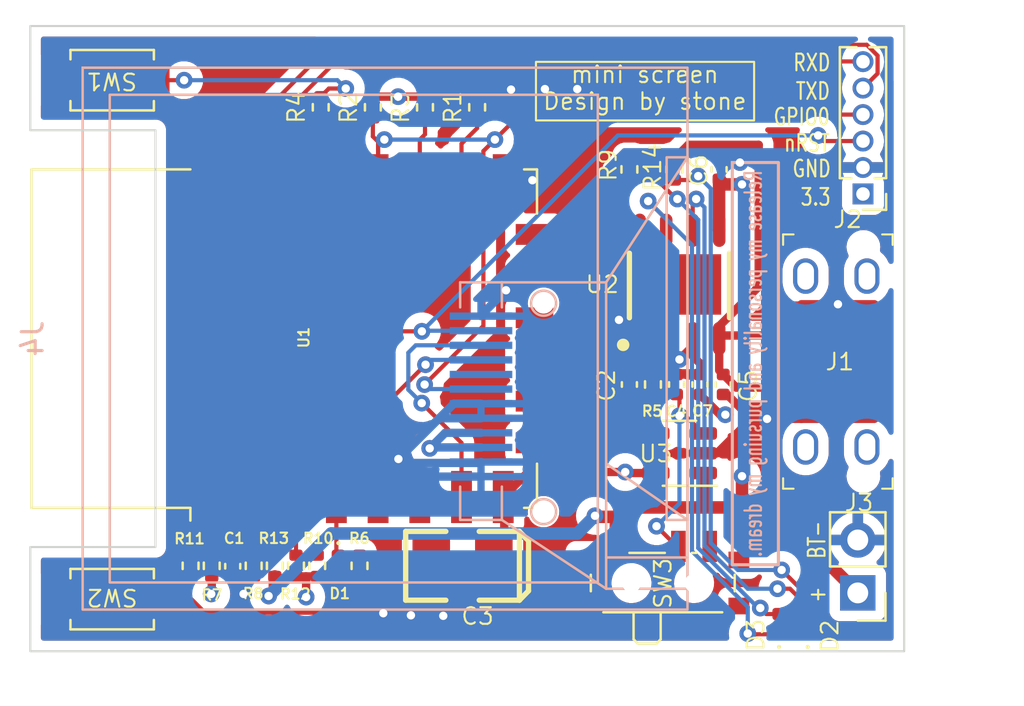
<source format=kicad_pcb>
(kicad_pcb (version 20211014) (generator pcbnew)
  (layers (0 "F.Cu" signal) (1 "In1.Cu" signal) (2 "In2.Cu" signal) (31 "B.Cu" signal) (34 "B.Paste" user) (35 "F.Paste" user) (36 "B.SilkS" user "底层丝印层") (37 "F.SilkS" user "顶层丝印层") (38 "B.Mask" user) (39 "F.Mask" user) (44 "Edge.Cuts" user))
  (net 0 "")
  (net 1 "+3V3")
  (net 2 "GND")
  (net 3 "Net-(C8-Pad1)")
  (net 4 "/nRST")
  (net 5 "/GPIO16")
  (net 6 "Net-(D2-Pad2)")
  (net 8 "/GPIO0")
  (net 9 "/GPIO2")
  (net 10 "/EN")
  (net 11 "/GPIO15")
  (net 12 "/ADC")
  (net 13 "/GPIO14")
  (net 14 "/GPIO12")
  (net 15 "/GPIO13")
  (net 16 "/GPIO4")
  (net 17 "/GPIO5")
  (net 18 "/RXD")
  (net 19 "/TXD")
  (net 20 "Net-(R13-Pad2)")
  (net 21 "Net-(R15-Pad2)")
  (net 28 "+BATT")
  (net 29 "Net-(D1-Pad1)")
  (net 30 "Net-(D1-Pad2)")
  (net 31 "Net-(D3-Pad1)")
  (net 32 "Net-(D3-Pad2)")
  (net 41 "Net-(R3-Pad1)")
  (net 42 "Net-(C2-Pad2)")
  (net 43 "Net-(C7-Pad1)")
  (footprint "Capacitor_SMD:C_0402_1005Metric" (layer "F.Cu") (at 141.08 101.9 90)
    (fp_text reference "C7")
    (fp_text value "10uf")
  )
  (footprint "Resistor_SMD:R_0402_1005Metric" (layer "F.Cu") (at 139.855 91.58 90)
    (fp_text reference "R14")
    (fp_text value "1k")
  )
  (footprint "lc_lib:SOP-8_EP_150MIL" (layer "F.Cu") (at 140.1 97.1)
    (fp_text reference "U2")
    (fp_text value "TP4056_[C16581]")
  )
  (footprint "Resistor_SMD:R_0402_1005Metric" (layer "F.Cu") (at 117.675 110.6 -90)
    (fp_text reference "R7")
    (fp_text value "12K")
  )
  (footprint "digikey-footprints:USB-C_Female_Vert_DX07S024WJ3R400" (layer "F.Cu") (at 148.92 100.8 -90)
    (fp_text reference "J1")
    (fp_text value "USB_C_Receptacle_USB2.0")
  )
  (footprint "Connector_PinHeader_1.27mm:PinHeader_1x06_P1.27mm_Vertical" (layer "F.Cu") (at 148.9 92.76 180)
    (fp_text reference "J2")
    (fp_text value "Conn_01x06_Female")
  )
  (footprint "LED_SMD:LED_0402_1005Metric" (layer "F.Cu") (at 146.25 113.4 90)
    (fp_text reference "D2")
    (fp_text value "led-green")
  )
  (footprint "Capacitor_SMD:C_0402_1005Metric" (layer "F.Cu") (at 142 91.58 90)
    (fp_text reference "C6")
    (fp_text value "10uf")
  )
  (footprint "Capacitor_SMD:C_0402_1005Metric" (layer "F.Cu") (at 137.7 101.9 90)
    (fp_text reference "C2")
    (fp_text value "470pf")
  )
  (footprint "LED_SMD:LED_0402_1005Metric" (layer "F.Cu") (at 144.875 113.4 90)
    (fp_text reference "D3")
    (fp_text value "led-red")
  )
  (footprint "Capacitor_SMD:C_0402_1005Metric" (layer "F.Cu") (at 142.2 101.9 90)
    (fp_text reference "C5")
    (fp_text value "10uf")
  )
  (footprint "Resistor_SMD:R_0402_1005Metric" (layer "F.Cu") (at 122.9 88.6 90)
    (fp_text reference "R4")
    (fp_text value "470")
  )
  (footprint "Resistor_SMD:R_0402_1005Metric" (layer "F.Cu") (at 137.7 91.58 90)
    (fp_text reference "R9")
    (fp_text value "1k")
  )
  (footprint "Resistor_SMD:R_0402_1005Metric" (layer "F.Cu") (at 122.73 110.6 90)
    (fp_text reference "R10")
    (fp_text value "470")
  )
  (footprint "Resistor_SMD:R_0402_1005Metric" (layer "F.Cu") (at 125.4 88.6 90)
    (fp_text reference "R2")
    (fp_text value "12K")
  )
  (footprint "lc_lib:CASE-B_3528" (layer "F.Cu") (at 129.7 110.6)
    (fp_text reference "C3")
    (fp_text value "100uf")
  )
  (footprint "Resistor_SMD:R_0402_1005Metric" (layer "F.Cu") (at 138.83 101.9 90)
    (fp_text reference "R5")
    (fp_text value "1.2K")
  )
  (footprint "Button_Switch_SMD:SW_SPDT_PCM12" (layer "F.Cu") (at 139.3 111.1)
    (fp_text reference "SW3")
    (fp_text value "SW_DPDT_x2")
  )
  (footprint "Resistor_SMD:R_0402_1005Metric" (layer "F.Cu") (at 121.715 110.6 -90)
    (fp_text reference "R12")
    (fp_text value "12k")
  )
  (footprint "Connector_PinHeader_2.54mm:PinHeader_1x02_P2.54mm_Vertical" (layer "F.Cu") (at 148.65 111.9 180)
    (fp_text reference "J3")
    (fp_text value "Conn_01x02_Female")
  )
  (footprint "My-lib:Button_SMD,3x4x2mm" (layer "F.Cu") (at 112.9 87.3 180)
    (fp_text reference "SW1")
    (fp_text value "SW_Push")
  )
  (footprint "RF_Module:ESP-12E" (layer "F.Cu") (at 121.15 99.7 90)
    (fp_text reference "U1")
    (fp_text value "ESP-12E")
  )
  (footprint "Resistor_SMD:R_0402_1005Metric" (layer "F.Cu") (at 127.9 88.6 90)
    (fp_text reference "R3")
    (fp_text value "12K")
  )
  (footprint "Resistor_SMD:R_0402_1005Metric" (layer "F.Cu") (at 120.7 110.6 -90)
    (fp_text reference "R13")
    (fp_text value "10k")
  )
  (footprint "My-lib:Button_SMD,3x4x2mm" (layer "F.Cu") (at 112.9 112.2 180)
    (fp_text reference "SW2")
    (fp_text value "SW_Push")
  )
  (footprint "Resistor_SMD:R_0402_1005Metric" (layer "F.Cu") (at 130.4 88.6 90)
    (fp_text reference "R1")
    (fp_text value "12K")
  )
  (footprint "Package_TO_SOT_SMD:SOT-23-5" (layer "F.Cu") (at 140.1 105.2 180)
    (fp_text reference "U3")
    (fp_text value "SPX3819M5-L-3-3")
  )
  (footprint "Capacitor_SMD:C_0402_1005Metric" (layer "F.Cu") (at 139.96 101.9 90)
    (fp_text reference "C4")
    (fp_text value "1uf")
  )
  (footprint "Resistor_SMD:R_0402_1005Metric" (layer "F.Cu") (at 124.76 110.6 -90)
    (fp_text reference "R6")
    (fp_text value "0")
  )
  (footprint "LED_SMD:LED_0402_1005Metric" (layer "F.Cu") (at 123.745 110.6 -90)
    (fp_text reference "D1")
    (fp_text value "led-white")
  )
  (footprint "Capacitor_SMD:C_0402_1005Metric" (layer "F.Cu") (at 118.68 110.62 90)
    (fp_text reference "C1")
    (fp_text value "470pf")
  )
  (footprint "Resistor_SMD:R_0402_1005Metric" (layer "F.Cu") (at 119.685 110.6 90)
    (fp_text reference "R8")
    (fp_text value "10k")
  )
  (footprint "Resistor_SMD:R_0402_1005Metric" (layer "F.Cu") (at 116.66 110.6 -90)
    (fp_text reference "R11")
    (fp_text value "470")
  )
  (footprint "My-lib:TFT_1.4_12_front" (layer "B.Cu") (at 124.485 99.7 180)
    (fp_text reference "J4")
    (fp_text value "Conn_01x12_Female")
  )
  (gr_rect (start 142.635 110.55) (end 144.845 91.25) (layer "B.SilkS") (width 0.15) (fill none))
  (gr_rect (start 133.22 86.42) (end 143.68 89.23) (layer "F.SilkS") (width 0.1) (fill none))
  (gr_poly (pts (xy 150.875 114.7) (xy 108.975 114.7) (xy 108.975 109.7) (xy 114.975 109.7) (xy 114.975 89.7) (xy 108.975 89.7) (xy 108.975 84.7) (xy 150.875 84.7)) (layer "Edge.Cuts") (width 0.1) (fill none))
  (gr_text "Release my personality and pursuing my dream." (at 143.645 100.9 90) (layer "B.SilkS") (effects (font (size 0.8 0.5) (thickness 0.1)) (justify mirror)))
  (gr_text "3.3" (at 146.63 92.91) (layer "F.SilkS") (effects (font (size 0.8 0.6) (thickness 0.1))))
  (gr_text "BT-" (at 146.69 109.36 90) (layer "F.SilkS") (effects (font (size 0.8 0.6) (thickness 0.1))))
  (gr_text "RXD" (at 146.45 86.46) (layer "F.SilkS") (effects (font (size 0.8 0.6) (thickness 0.1))))
  (gr_text "+" (at 146.69 111.98 90) (layer "F.SilkS") (effects (font (size 0.8 0.6) (thickness 0.1))))
  (gr_text "mini screen\nDesign by stone" (at 138.44 87.67) (layer "F.SilkS") (effects (font (size 0.8 0.8) (thickness 0.1))))
  (gr_text "nRST" (at 146.21 90.32) (layer "F.SilkS") (effects (font (size 0.8 0.6) (thickness 0.1))))
  (gr_text "TXD" (at 146.5 87.83) (layer "F.SilkS") (effects (font (size 0.8 0.6) (thickness 0.1))))
  (gr_text "GPIO0" (at 145.96 89.06) (layer "F.SilkS") (effects (font (size 0.8 0.6) (thickness 0.1))))
  (gr_text "GND" (at 146.44 91.55) (layer "F.SilkS") (effects (font (size 0.8 0.6) (thickness 0.1))))
  (segment (start 117.675 111.925) (end 117.65 111.95) (width 0.4) (layer "F.Cu") (net 1))
  (segment (start 131.2 109.45) (end 131.7 108.95) (width 0.4) (layer "F.Cu") (net 1))
  (segment (start 131.65 107.3) (end 132.85 106.1) (width 0.4) (layer "F.Cu") (net 1))
  (segment (start 132.85 106.1) (end 137.5 106.1) (width 0.4) (layer "F.Cu") (net 1))
  (segment (start 122.19 111.11) (end 122.73 111.11) (width 0.4) (layer "F.Cu") (net 1))
  (segment (start 117.675 111.11) (end 117.675 111.925) (width 0.4) (layer "F.Cu") (net 1))
  (segment (start 122.19 111.11) (end 122.2 111.12) (width 0.4) (layer "F.Cu") (net 1))
  (segment (start 131.2 110.6) (end 131.2 109.45) (width 0.4) (layer "F.Cu") (net 1))
  (segment (start 125.4 88.09) (end 126.61 88.09) (width 0.4) (layer "F.Cu") (net 1))
  (segment (start 138.9625 106.15) (end 137.55 106.15) (width 0.4) (layer "F.Cu") (net 1))
  (segment (start 137.55 106.15) (end 137.5 106.1) (width 0.4) (layer "F.Cu") (net 1))
  (segment (start 131.7 108.95) (end 131.7 107.35) (width 0.4) (layer "F.Cu") (net 1))
  (segment (start 142.05 103.35) (end 142.3 103.35) (width 0.4) (layer "F.Cu") (net 1))
  (segment (start 131.7 107.35) (end 131.65 107.3) (width 0.4) (layer "F.Cu") (net 1))
  (segment (start 122.2 111.12) (end 122.2 112.1) (width 0.4) (layer "F.Cu") (net 1))
  (segment (start 121.715 111.11) (end 122.19 111.11) (width 0.4) (layer "F.Cu") (net 1))
  (segment (start 141.08 102.38) (end 142.05 103.35) (width 0.4) (layer "F.Cu") (net 1))
  (segment (start 126.61 88.09) (end 127.9 88.09) (width 0.4) (layer "F.Cu") (net 1))
  (via (at 137.5 106.1) (size 0.8) (drill 0.4) (layers "F.Cu" "B.Cu") (net 1))
  (via (at 126.61 88.09) (size 0.8) (drill 0.4) (layers "F.Cu" "B.Cu") (net 1))
  (via (at 117.65 111.95) (size 0.8) (drill 0.4) (layers "F.Cu" "B.Cu") (net 1))
  (via (at 122.2 112.1) (size 0.8) (drill 0.4) (layers "F.Cu" "B.Cu") (net 1))
  (via (at 142.3 103.35) (size 0.8) (drill 0.4) (layers "F.Cu" "B.Cu") (net 1))
  (via (at 128.124463 104.96478) (size 0.8) (drill 0.4) (layers "F.Cu" "B.Cu") (net 1))
  (segment (start 130.585 104.22) (end 128.869243 104.22) (width 0.4) (layer "B.Cu") (net 1))
  (segment (start 128.169243 104.92) (end 128.124463 104.96478) (width 0.4) (layer "B.Cu") (net 1))
  (segment (start 128.869243 104.22) (end 128.124463 104.96478) (width 0.4) (layer "B.Cu") (net 1))
  (segment (start 130.585 104.92) (end 128.169243 104.92) (width 0.4) (layer "B.Cu") (net 1))
  (segment (start 141.9 105.2) (end 143.55 103.55) (width 0.4) (layer "F.Cu") (net 2))
  (segment (start 138.195 100.795) (end 138.195 99.7) (width 0.4) (layer "F.Cu") (net 2))
  (segment (start 138.1 99.7) (end 137.2 98.8) (width 0.4) (layer "F.Cu") (net 2))
  (segment (start 140.735 99.7) (end 140.735 100.065) (width 0.4) (layer "F.Cu") (net 2))
  (segment (start 139.96 101.42) (end 141.08 101.42) (width 0.4) (layer "F.Cu") (net 2))
  (segment (start 142 91.1) (end 142.85 91.1) (width 0.4) (layer "F.Cu") (net 2))
  (segment (start 141.2375 105.2) (end 141.9 105.2) (width 0.4) (layer "F.Cu") (net 2))
  (segment (start 119.19 111.11) (end 119.19 111.94) (width 0.4) (layer "F.Cu") (net 2))
  (segment (start 144.3 103.55) (end 145.945 103.55) (width 0.4) (layer "F.Cu") (net 2))
  (segment (start 138.83 101.39) (end 137.73 101.39) (width 0.4) (layer "F.Cu") (net 2))
  (segment (start 145.945 103.55) (end 149.445 103.55) (width 0.4) (layer "F.Cu") (net 2))
  (segment (start 147.7 98.05) (end 149.445 98.05) (width 0.4) (layer "F.Cu") (net 2))
  (segment (start 141.1 101.4) (end 141.08 101.42) (width 0.4) (layer "F.Cu") (net 2))
  (segment (start 143.55 103.55) (end 144.3 103.55) (width 0.4) (layer "F.Cu") (net 2))
  (segment (start 119.685 111.11) (end 119.19 111.11) (width 0.4) (layer "F.Cu") (net 2))
  (segment (start 137.7 101.42) (end 137.7 101.3) (width 0.4) (layer "F.Cu") (net 2))
  (segment (start 119.19 111.11) (end 118.69 111.11) (width 0.4) (layer "F.Cu") (net 2))
  (segment (start 138.195 99.7) (end 138.1 99.7) (width 0.4) (layer "F.Cu") (net 2))
  (segment (start 138.2 100.8) (end 138.195 100.795) (width 0.4) (layer "F.Cu") (net 2))
  (segment (start 118.69 111.11) (end 118.68 111.1) (width 0.4) (layer "F.Cu") (net 2))
  (segment (start 142.85 91.1) (end 143 91.25) (width 0.4) (layer "F.Cu") (net 2))
  (segment (start 140.735 100.535) (end 141.1 100.9) (width 0.4) (layer "F.Cu") (net 2))
  (segment (start 140.735 100.065) (end 140.1 100.7) (width 0.4) (layer "F.Cu") (net 2))
  (segment (start 141.1 100.9) (end 141.1 101.4) (width 0.4) (layer "F.Cu") (net 2))
  (segment (start 140.735 99.7) (end 140.735 100.535) (width 0.4) (layer "F.Cu") (net 2))
  (segment (start 145.945 98.05) (end 147.7 98.05) (width 0.4) (layer "F.Cu") (net 2))
  (segment (start 137.7 101.3) (end 138.2 100.8) (width 0.4) (layer "F.Cu") (net 2))
  (segment (start 131.65 92.1) (end 133.05 92.1) (width 0.4) (layer "F.Cu") (net 2))
  (segment (start 142.38 102.38) (end 143.55 103.55) (width 0.4) (layer "F.Cu") (net 2))
  (segment (start 119.19 111.94) (end 119.2 111.95) (width 0.4) (layer "F.Cu") (net 2))
  (segment (start 137.73 101.39) (end 137.7 101.42) (width 0.4) (layer "F.Cu") (net 2))
  (via (at 131.783792 97.379311) (size 0.8) (drill 0.4) (layers "F.Cu" "B.Cu") (net 2))
  (via (at 133.05 92.1) (size 0.8) (drill 0.4) (layers "F.Cu" "B.Cu") (net 2))
  (via (at 135.2 87.725) (size 0.8) (drill 0.4) (layers "F.Cu" "B.Cu") (net 2))
  (via (at 133.65 87.725) (size 0.8) (drill 0.4) (layers "F.Cu" "B.Cu") (net 2))
  (via (at 127.225 112.975) (size 0.8) (drill 0.4) (layers "F.Cu" "B.Cu") (net 2))
  (via (at 144.3 103.55) (size 0.8) (drill 0.4) (layers "F.Cu" "B.Cu") (net 2))
  (via (at 140.1 100.7) (size 0.8) (drill 0.4) (layers "F.Cu" "B.Cu") (net 2))
  (via (at 119.2 111.95) (size 0.8) (drill 0.4) (layers "F.Cu" "B.Cu") (net 2))
  (via (at 137.2 98.8) (size 0.8) (drill 0.4) (layers "F.Cu" "B.Cu") (net 2))
  (via (at 147.7 98.05) (size 0.8) (drill 0.4) (layers "F.Cu" "B.Cu") (net 2))
  (via (at 143 91.25) (size 0.8) (drill 0.4) (layers "F.Cu" "B.Cu") (net 2))
  (via (at 125.9 112.875) (size 0.8) (drill 0.4) (layers "F.Cu" "B.Cu") (net 2))
  (via (at 128.775 113) (size 0.8) (drill 0.4) (layers "F.Cu" "B.Cu") (net 2))
  (via (at 126.625 105.475) (size 0.8) (drill 0.4) (layers "F.Cu" "B.Cu") (net 2))
  (via (at 132.025 87.75) (size 0.8) (drill 0.4) (layers "F.Cu" "B.Cu") (net 2))
  (segment (start 129.28 102.82) (end 126.625 105.475) (width 0.4) (layer "B.Cu") (net 2))
  (segment (start 126.814281 105.664281) (end 126.625 105.475) (width 0.4) (layer "B.Cu") (net 2))
  (segment (start 130.585 98.62) (end 130.585 98.578103) (width 0.4) (layer "B.Cu") (net 2))
  (segment (start 130.585 105.62) (end 130.540719 105.664281) (width 0.4) (layer "B.Cu") (net 2))
  (segment (start 130.585 106.32) (end 127.47 106.32) (width 0.4) (layer "B.Cu") (net 2))
  (segment (start 130.585 103.52) (end 128.58 103.52) (width 0.4) (layer "B.Cu") (net 2))
  (segment (start 127.47 106.32) (end 126.625 105.475) (width 0.4) (layer "B.Cu") (net 2))
  (segment (start 130.585 102.82) (end 129.28 102.82) (width 0.4) (layer "B.Cu") (net 2))
  (segment (start 130.585 98.578103) (end 131.783792 97.379311) (width 0.4) (layer "B.Cu") (net 2))
  (segment (start 128.58 103.52) (end 126.625 105.475) (width 0.4) (layer "B.Cu") (net 2))
  (segment (start 130.540719 105.664281) (end 126.814281 105.664281) (width 0.4) (layer "B.Cu") (net 2))
  (segment (start 137.7 102.9875) (end 137.7 102.38) (width 0.2) (layer "F.Cu") (net 3))
  (segment (start 138.9625 104.25) (end 137.7 102.9875) (width 0.2) (layer "F.Cu") (net 3))
  (segment (start 117.65 110.065) (end 117.65 107.3) (width 0.2) (layer "F.Cu") (net 4))
  (segment (start 117.65 107.3) (end 117.65 106.55) (width 0.2) (layer "F.Cu") (net 4))
  (segment (start 118.68 110.14) (end 117.725 110.14) (width 0.2) (layer "F.Cu") (net 4))
  (segment (start 124.85 99.35) (end 127.75 99.35) (width 0.2) (layer "F.Cu") (net 4))
  (segment (start 146.75 89.95) (end 147.02 90.22) (width 0.2) (layer "F.Cu") (net 4))
  (segment (start 147.02 90.22) (end 148.9 90.22) (width 0.2) (layer "F.Cu") (net 4))
  (segment (start 117.725 110.14) (end 117.675 110.09) (width 0.2) (layer "F.Cu") (net 4))
  (segment (start 117.675 110.09) (end 117.65 110.065) (width 0.2) (layer "F.Cu") (net 4))
  (segment (start 117.675 110.09) (end 116.66 110.09) (width 0.2) (layer "F.Cu") (net 4))
  (segment (start 117.65 106.55) (end 124.85 99.35) (width 0.2) (layer "F.Cu") (net 4))
  (via (at 127.75 99.35) (size 0.8) (drill 0.4) (layers "F.Cu" "B.Cu") (net 4))
  (via (at 146.75 89.95) (size 0.8) (drill 0.4) (layers "F.Cu" "B.Cu") (net 4))
  (segment (start 127.78 99.32) (end 130.585 99.32) (width 0.2) (layer "B.Cu") (net 4))
  (segment (start 127.75 99.35) (end 127.78 99.32) (width 0.2) (layer "B.Cu") (net 4))
  (segment (start 137.15 89.95) (end 146.75 89.95) (width 0.2) (layer "B.Cu") (net 4))
  (segment (start 127.75 99.35) (end 137.15 89.95) (width 0.2) (layer "B.Cu") (net 4))
  (segment (start 124.735 110.115) (end 124.76 110.09) (width 0.2) (layer "F.Cu") (net 5))
  (segment (start 123.745 110.115) (end 123.65 110.02) (width 0.2) (layer "F.Cu") (net 5))
  (segment (start 123.745 110.115) (end 124.735 110.115) (width 0.2) (layer "F.Cu") (net 5))
  (segment (start 123.65 110.02) (end 123.65 107.3) (width 0.2) (layer "F.Cu") (net 5))
  (segment (start 130.7 90.7) (end 130.7 99.085215) (width 0.2) (layer "F.Cu") (net 8))
  (segment (start 132.45 88.95) (end 131.25 90.15) (width 0.2) (layer "F.Cu") (net 8))
  (segment (start 125.65 90.25) (end 125.65 92.1) (width 0.2) (layer "F.Cu") (net 8))
  (segment (start 125.65 90.45) (end 125.65 92.1) (width 0.2) (layer "F.Cu") (net 8))
  (segment (start 125.4 89.11) (end 125.4 90) (width 0.2) (layer "F.Cu") (net 8))
  (segment (start 130.7 99.085215) (end 127.881079 101.904136) (width 0.2) (layer "F.Cu") (net 8))
  (segment (start 122.9 89.11) (end 125.4 89.11) (width 0.2) (layer "F.Cu") (net 8))
  (segment (start 125.95 90.15) (end 125.65 90.45) (width 0.2) (layer "F.Cu") (net 8))
  (segment (start 148.9 88.95) (end 132.45 88.95) (width 0.2) (layer "F.Cu") (net 8))
  (segment (start 125.4 90) (end 125.65 90.25) (width 0.2) (layer "F.Cu") (net 8))
  (segment (start 131.25 90.15) (end 130.7 90.7) (width 0.2) (layer "F.Cu") (net 8))
  (via (at 125.95 90.15) (size 0.8) (drill 0.4) (layers "F.Cu" "B.Cu") (net 8))
  (via (at 131.25 90.15) (size 0.8) (drill 0.4) (layers "F.Cu" "B.Cu") (net 8))
  (via (at 127.881079 101.904136) (size 0.8) (drill 0.4) (layers "F.Cu" "B.Cu") (net 8))
  (segment (start 131.25 90.15) (end 125.95 90.15) (width 0.2) (layer "B.Cu") (net 8))
  (segment (start 128.096943 102.12) (end 127.881079 101.904136) (width 0.2) (layer "B.Cu") (net 8))
  (segment (start 130.585 102.12) (end 128.096943 102.12) (width 0.2) (layer "B.Cu") (net 8))
  (segment (start 127.9 89.9) (end 127.65 90.15) (width 0.2) (layer "F.Cu") (net 9))
  (segment (start 127.9 89.11) (end 127.9 89.9) (width 0.2) (layer "F.Cu") (net 9))
  (segment (start 127.65 90.15) (end 127.65 92.1) (width 0.2) (layer "F.Cu") (net 9))
  (segment (start 121.65 107.3) (end 121.65 109.4) (width 0.2) (layer "F.Cu") (net 10))
  (segment (start 121.65 109.4) (end 121.715 109.465) (width 0.2) (layer "F.Cu") (net 10))
  (segment (start 121.715 109.465) (end 121.715 110.09) (width 0.2) (layer "F.Cu") (net 10))
  (segment (start 130.4 89.6) (end 129.65 90.35) (width 0.2) (layer "F.Cu") (net 11))
  (segment (start 130.4 89.11) (end 130.4 89.6) (width 0.2) (layer "F.Cu") (net 11))
  (segment (start 129.65 90.35) (end 129.65 92.1) (width 0.2) (layer "F.Cu") (net 11))
  (segment (start 119.65 110.055) (end 119.65 107.3) (width 0.2) (layer "F.Cu") (net 12))
  (segment (start 119.685 110.09) (end 120.7 110.09) (width 0.2) (layer "F.Cu") (net 12))
  (segment (start 119.685 110.09) (end 119.65 110.055) (width 0.2) (layer "F.Cu") (net 12))
  (segment (start 125.65 107.3) (end 125.65 103.225) (width 0.2) (layer "F.Cu") (net 13))
  (segment (start 125.65 103.225) (end 127.925 100.95) (width 0.2) (layer "F.Cu") (net 13))
  (via (at 127.925 100.95) (size 0.8) (drill 0.4) (layers "F.Cu" "B.Cu") (net 13))
  (segment (start 128.155 100.72) (end 130.585 100.72) (width 0.2) (layer "B.Cu") (net 13))
  (segment (start 127.925 100.95) (end 128.155 100.72) (width 0.2) (layer "B.Cu") (net 13))
  (segment (start 129.65 107.3) (end 129.65 104.70014) (width 0.2) (layer "F.Cu") (net 15))
  (segment (start 129.65 104.70014) (end 127.742808 102.792948) (width 0.2) (layer "F.Cu") (net 15))
  (via (at 127.742808 102.792948) (size 0.8) (drill 0.4) (layers "F.Cu" "B.Cu") (net 15))
  (segment (start 127.1 100.375) (end 127.1 102.15014) (width 0.2) (layer "B.Cu") (net 15))
  (segment (start 130.585 100.02) (end 127.455 100.02) (width 0.2) (layer "B.Cu") (net 15))
  (segment (start 127.1 102.15014) (end 127.742808 102.792948) (width 0.2) (layer "B.Cu") (net 15))
  (segment (start 127.455 100.02) (end 127.1 100.375) (width 0.2) (layer "B.Cu") (net 15))
  (segment (start 137.15 87.1) (end 137.15 86.7) (width 0.2) (layer "F.Cu") (net 18))
  (segment (start 139.2 86.4) (end 139.605906 86.4) (width 0.2) (layer "F.Cu") (net 18))
  (segment (start 119.65 90.37455) (end 123.62455 86.4) (width 0.2) (layer "F.Cu") (net 18))
  (segment (start 119.65 92.1) (end 119.65 90.37455) (width 0.2) (layer "F.Cu") (net 18))
  (segment (start 138.35 86.4) (end 138.35 86.15) (width 0.2) (layer "F.Cu") (net 18))
  (segment (start 137.15 86.7) (end 137.15 86.15) (width 0.2) (layer "F.Cu") (net 18))
  (segment (start 137.4 85.9) (end 137.5 85.9) (width 0.2) (layer "F.Cu") (net 18))
  (segment (start 137.75 86.15) (end 137.75 86.4) (width 0.2) (layer "F.Cu") (net 18))
  (segment (start 138.6 85.9) (end 138.7 85.9) (width 0.2) (layer "F.Cu") (net 18))
  (segment (start 138.35 87.1) (end 138.35 86.4) (width 0.2) (layer "F.Cu") (net 18))
  (segment (start 139.605906 86.4) (end 148.89 86.4) (width 0.2) (layer "F.Cu") (net 18))
  (segment (start 148.89 86.4) (end 148.9 86.41) (width 0.2) (layer "F.Cu") (net 18))
  (segment (start 137.75 86.4) (end 137.75 87.1) (width 0.2) (layer "F.Cu") (net 18))
  (segment (start 123.62455 86.4) (end 136.25 86.4) (width 0.2) (layer "F.Cu") (net 18))
  (segment (start 136.55 86.7) (end 136.55 87.1) (width 0.2) (layer "F.Cu") (net 18))
  (arc (start 136.85 87.4) (mid 137.062132 87.312132) (end 137.15 87.1) (width 0.2) (layer "F.Cu") (net 18))
  (arc (start 138.7 85.9) (mid 138.876777 85.973223) (end 138.95 86.15) (width 0.2) (layer "F.Cu") (net 18))
  (arc (start 136.25 86.4) (mid 136.462132 86.487868) (end 136.55 86.7) (width 0.2) (layer "F.Cu") (net 18))
  (arc (start 137.15 86.15) (mid 137.223223 85.973223) (end 137.4 85.9) (width 0.2) (layer "F.Cu") (net 18))
  (arc (start 136.55 87.1) (mid 136.637868 87.312132) (end 136.85 87.4) (width 0.2) (layer "F.Cu") (net 18))
  (arc (start 137.5 85.9) (mid 137.676777 85.973223) (end 137.75 86.15) (width 0.2) (layer "F.Cu") (net 18))
  (arc (start 138.35 86.15) (mid 138.423223 85.973223) (end 138.6 85.9) (width 0.2) (layer "F.Cu") (net 18))
  (arc (start 138.05 87.4) (mid 138.262132 87.312132) (end 138.35 87.1) (width 0.2) (layer "F.Cu") (net 18))
  (arc (start 138.95 86.15) (mid 139.023223 86.326777) (end 139.2 86.4) (width 0.2) (layer "F.Cu") (net 18))
  (arc (start 137.75 87.1) (mid 137.837868 87.312132) (end 138.05 87.4) (width 0.2) (layer "F.Cu") (net 18))
  (segment (start 149.599511 86.980489) (end 149.599511 86.120252) (width 0.2) (layer "F.Cu") (net 19))
  (segment (start 123.39951 85.60049) (end 117.65 91.35) (width 0.2) (layer "F.Cu") (net 19))
  (segment (start 148.9 87.68) (end 149.599511 86.980489) (width 0.2) (layer "F.Cu") (net 19))
  (segment (start 117.65 91.35) (end 117.65 92.1) (width 0.2) (layer "F.Cu") (net 19))
  (segment (start 149.599511 86.120252) (end 149.079749 85.60049) (width 0.2) (layer "F.Cu") (net 19))
  (segment (start 149.079749 85.60049) (end 123.39951 85.60049) (width 0.2) (layer "F.Cu") (net 19))
  (segment (start 116.6 112.1) (end 117.35 112.85) (width 0.2) (layer "F.Cu") (net 20))
  (segment (start 123.65 112.85) (end 124.76 111.74) (width 0.2) (layer "F.Cu") (net 20))
  (segment (start 116.6 111.17) (end 116.6 112.1) (width 0.2) (layer "F.Cu") (net 20))
  (segment (start 114.975 112.2) (end 115.57 112.2) (width 0.2) (layer "F.Cu") (net 20))
  (segment (start 117.35 112.85) (end 123.65 112.85) (width 0.2) (layer "F.Cu") (net 20))
  (segment (start 124.76 111.74) (end 124.76 111.11) (width 0.2) (layer "F.Cu") (net 20))
  (segment (start 116.66 111.11) (end 116.6 111.17) (width 0.2) (layer "F.Cu") (net 20))
  (segment (start 115.57 112.2) (end 116.66 111.11) (width 0.2) (layer "F.Cu") (net 20))
  (segment (start 114.975 87.3) (end 116.35 87.3) (width 0.2) (layer "F.Cu") (net 21))
  (segment (start 124.1 87.7) (end 123.29 87.7) (width 0.2) (layer "F.Cu") (net 21))
  (segment (start 123.29 87.7) (end 122.9 88.09) (width 0.2) (layer "F.Cu") (net 21))
  (via (at 116.35 87.3) (size 0.8) (drill 0.4) (layers "F.Cu" "B.Cu") (net 21))
  (via (at 124.1 87.7) (size 0.8) (drill 0.4) (layers "F.Cu" "B.Cu") (net 21))
  (segment (start 123.7 87.3) (end 124.1 87.7) (width 0.2) (layer "B.Cu") (net 21))
  (segment (start 116.35 87.3) (end 123.7 87.3) (width 0.2) (layer "B.Cu") (net 21))
  (segment (start 142 94.495) (end 142.005 94.5) (width 0.6) (layer "F.Cu") (net 28))
  (segment (start 143.1 92.3) (end 142.24 92.3) (width 0.6) (layer "F.Cu") (net 28))
  (segment (start 136.05 108.2) (end 136.1 108.25) (width 0.6) (layer "F.Cu") (net 28))
  (segment (start 146 107.8) (end 146.8 108.6) (width 0.6) (layer "F.Cu") (net 28))
  (segment (start 142.24 92.3) (end 142 92.06) (width 0.6) (layer "F.Cu") (net 28))
  (segment (start 120.7 111.75) (end 120.4 112.05) (width 0.6) (layer "F.Cu") (net 28))
  (segment (start 143.1 106.3) (end 143.1 107.7) (width 0.6) (layer "F.Cu") (net 28))
  (segment (start 143.1 107.7) (end 143.2 107.8) (width 0.6) (layer "F.Cu") (net 28))
  (segment (start 146.8 110.05) (end 148.65 111.9) (width 0.6) (layer "F.Cu") (net 28))
  (segment (start 120.7 111.11) (end 120.7 111.75) (width 0.6) (layer "F.Cu") (net 28))
  (segment (start 143.2 107.8) (end 146 107.8) (width 0.6) (layer "F.Cu") (net 28))
  (segment (start 141.2 107.8) (end 141.2375 107.7625) (width 0.6) (layer "F.Cu") (net 28))
  (segment (start 137.05 109.67) (end 137.05 108.25) (width 0.6) (layer "F.Cu") (net 28))
  (segment (start 137.05 108.25) (end 137.5 107.8) (width 0.6) (layer "F.Cu") (net 28))
  (segment (start 142 92.06) (end 142 94.495) (width 0.6) (layer "F.Cu") (net 28))
  (segment (start 146.8 108.6) (end 146.8 110.05) (width 0.6) (layer "F.Cu") (net 28))
  (segment (start 141.2375 107.7625) (end 141.2375 106.15) (width 0.6) (layer "F.Cu") (net 28))
  (segment (start 136.1 108.25) (end 137.05 108.25) (width 0.6) (layer "F.Cu") (net 28))
  (segment (start 141.2 107.8) (end 143.2 107.8) (width 0.6) (layer "F.Cu") (net 28))
  (segment (start 137.5 107.8) (end 141.2 107.8) (width 0.6) (layer "F.Cu") (net 28))
  (via (at 136.05 108.2) (size 0.8) (drill 0.4) (layers "F.Cu" "B.Cu") (net 28))
  (via (at 143.1 106.3) (size 0.8) (drill 0.4) (layers "F.Cu" "B.Cu") (net 28))
  (via (at 120.4 112.05) (size 0.8) (drill 0.4) (layers "F.Cu" "B.Cu") (net 28))
  (via (at 143.1 92.3) (size 0.8) (drill 0.4) (layers "F.Cu" "B.Cu") (net 28))
  (segment (start 135.200479 109.049521) (end 136.05 108.2) (width 0.6) (layer "B.Cu") (net 28))
  (segment (start 143.199501 92.399501) (end 143.1 92.3) (width 0.6) (layer "B.Cu") (net 28))
  (segment (start 123.400479 109.049521) (end 135.200479 109.049521) (width 0.6) (layer "B.Cu") (net 28))
  (segment (start 143.199501 106.200499) (end 143.199501 92.399501) (width 0.6) (layer "B.Cu") (net 28))
  (segment (start 120.4 112.05) (end 123.400479 109.049521) (width 0.6) (layer "B.Cu") (net 28))
  (segment (start 143.1 106.3) (end 143.199501 106.200499) (width 0.6) (layer "B.Cu") (net 28))
  (segment (start 139.465 93.965) (end 139.465 94.5) (width 0.2) (layer "F.Cu") (net 29))
  (segment (start 138.6 93.1) (end 139.465 93.965) (width 0.2) (layer "F.Cu") (net 29))
  (segment (start 144.875 113.885) (end 143.41 113.885) (width 0.2) (layer "F.Cu") (net 29))
  (segment (start 143.41 113.885) (end 143.375 113.85) (width 0.2) (layer "F.Cu") (net 29))
  (via (at 143.375 113.85) (size 0.8) (drill 0.4) (layers "F.Cu" "B.Cu") (net 29))
  (via (at 138.6 93.1) (size 0.8) (drill 0.4) (layers "F.Cu" "B.Cu") (net 29))
  (segment (start 140.7 109.9) (end 143.375 112.575) (width 0.2) (layer "B.Cu") (net 29))
  (segment (start 143.375 112.575) (end 143.375 113.85) (width 0.2) (layer "B.Cu") (net 29))
  (segment (start 138.6 93.1) (end 140.7 95.2) (width 0.2) (layer "B.Cu") (net 29))
  (segment (start 140.7 95.2) (end 140.7 109.9) (width 0.2) (layer "B.Cu") (net 29))
  (segment (start 139.03548 92.09) (end 139.94548 93) (width 0.2) (layer "F.Cu") (net 30))
  (segment (start 137.7 92.09) (end 139.03548 92.09) (width 0.2) (layer "F.Cu") (net 30))
  (segment (start 144.265 112.915) (end 143.975 112.625) (width 0.2) (layer "F.Cu") (net 30))
  (segment (start 139.94548 93) (end 140 93) (width 0.2) (layer "F.Cu") (net 30))
  (segment (start 144.875 112.915) (end 144.265 112.915) (width 0.2) (layer "F.Cu") (net 30))
  (via (at 143.975 112.625) (size 0.8) (drill 0.4) (layers "F.Cu" "B.Cu") (net 30))
  (via (at 140 93) (size 0.8) (drill 0.4) (layers "F.Cu" "B.Cu") (net 30))
  (segment (start 143.877856 112.625) (end 143.975 112.625) (width 0.2) (layer "B.Cu") (net 30))
  (segment (start 141.00049 94.00049) (end 141.00049 109.747634) (width 0.2) (layer "B.Cu") (net 30))
  (segment (start 141.00049 109.747634) (end 143.877856 112.625) (width 0.2) (layer "B.Cu") (net 30))
  (segment (start 140 93) (end 141.00049 94.00049) (width 0.2) (layer "B.Cu") (net 30))
  (segment (start 145.719521 113.354521) (end 145.719521 112.019521) (width 0.2) (layer "F.Cu") (net 31))
  (segment (start 140.735 94.5) (end 140.735 93.165) (width 0.2) (layer "F.Cu") (net 31))
  (segment (start 145.4 111.7) (end 144.8 111.7) (width 0.2) (layer "F.Cu") (net 31))
  (segment (start 140.735 93.165) (end 140.9 93) (width 0.2) (layer "F.Cu") (net 31))
  (segment (start 145.719521 112.019521) (end 145.4 111.7) (width 0.2) (layer "F.Cu") (net 31))
  (segment (start 146.25 113.885) (end 145.719521 113.354521) (width 0.2) (layer "F.Cu") (net 31))
  (via (at 140.9 93) (size 0.8) (drill 0.4) (layers "F.Cu" "B.Cu") (net 31))
  (via (at 144.8 111.7) (size 0.8) (drill 0.4) (layers "F.Cu" "B.Cu") (net 31))
  (segment (start 141.3 109.623572) (end 143.376428 111.7) (width 0.2) (layer "B.Cu") (net 31))
  (segment (start 143.376428 111.7) (end 144.8 111.7) (width 0.2) (layer "B.Cu") (net 31))
  (segment (start 140.9 93) (end 141.3 93.4) (width 0.2) (layer "B.Cu") (net 31))
  (segment (start 141.3 93.4) (end 141.3 109.623572) (width 0.2) (layer "B.Cu") (net 31))
  (segment (start 146.25 112.915) (end 146.1 112.765) (width 0.2) (layer "F.Cu") (net 32))
  (segment (start 139.855 92.09) (end 140.81 92.09) (width 0.2) (layer "F.Cu") (net 32))
  (segment (start 146.1 112.765) (end 146.1 111.9) (width 0.2) (layer "F.Cu") (net 32))
  (segment (start 146.1 111.9) (end 145 110.8) (width 0.2) (layer "F.Cu") (net 32))
  (segment (start 140.81 92.09) (end 141 91.9) (width 0.2) (layer "F.Cu") (net 32))
  (via (at 141 91.9) (size 0.8) (drill 0.4) (layers "F.Cu" "B.Cu") (net 32))
  (via (at 145 110.8) (size 0.8) (drill 0.4) (layers "F.Cu" "B.Cu") (net 32))
  (segment (start 142.9 110.8) (end 141.59951 109.49951) (width 0.2) (layer "B.Cu") (net 32))
  (segment (start 145 110.8) (end 142.9 110.8) (width 0.2) (layer "B.Cu") (net 32))
  (segment (start 141.59951 92.49951) (end 141 91.9) (width 0.2) (layer "B.Cu") (net 32))
  (segment (start 141.59951 109.49951) (end 141.59951 92.49951) (width 0.2) (layer "B.Cu") (net 32))
  (segment (start 139.34952 101.89048) (end 139.34952 99.81548) (width 0.2) (layer "F.Cu") (net 41))
  (segment (start 139.34952 99.81548) (end 139.465 99.7) (width 0.2) (layer "F.Cu") (net 41))
  (segment (start 138.83 102.41) (end 139.34952 101.89048) (width 0.2) (layer "F.Cu") (net 41))
  (segment (start 142.005 99.1) (end 143.9 97.205) (width 0.4) (layer "F.Cu") (net 42))
  (segment (start 137.7 91.07) (end 137.08048 91.68952) (width 0.4) (layer "F.Cu") (net 42))
  (segment (start 148.35 99.55) (end 149.445 99.55) (width 0.2) (layer "F.Cu") (net 42))
  (segment (start 137.7 91.07) (end 139.855 91.07) (width 0.4) (layer "F.Cu") (net 42))
  (segment (start 143.9 90.4) (end 140.525 90.4) (width 0.4) (layer "F.Cu") (net 42))
  (segment (start 142.83 102.05) (end 145.945 102.05) (width 0.4) (layer "F.Cu") (net 42))
  (segment (start 147.25 102.05) (end 148.35 102.05) (width 0.2) (layer "F.Cu") (net 42))
  (segment (start 148.35 99.55) (end 148.35 102.05) (width 0.2) (layer "F.Cu") (net 42))
  (segment (start 143.9 97.205) (end 143.9 90.4) (width 0.4) (layer "F.Cu") (net 42))
  (segment (start 148.35 102.05) (end 149.445 102.05) (width 0.2) (layer "F.Cu") (net 42))
  (segment (start 142.155 99.55) (end 145.945 99.55) (width 0.4) (layer "F.Cu") (net 42))
  (segment (start 142.005 99.7) (end 142.155 99.55) (width 0.4) (layer "F.Cu") (net 42))
  (segment (start 145.945 99.55) (end 147.25 99.55) (width 0.2) (layer "F.Cu") (net 42))
  (segment (start 142.005 99.7) (end 142.005 101.225) (width 0.4) (layer "F.Cu") (net 42))
  (segment (start 147.25 99.55) (end 148.35 99.55) (width 0.2) (layer "F.Cu") (net 42))
  (segment (start 140.525 90.4) (end 139.855 91.07) (width 0.4) (layer "F.Cu") (net 42))
  (segment (start 145.945 102.05) (end 147.25 102.05) (width 0.2) (layer "F.Cu") (net 42))
  (segment (start 147.25 99.55) (end 147.25 102.05) (width 0.2) (layer "F.Cu") (net 42))
  (segment (start 142.2 101.42) (end 142.83 102.05) (width 0.4) (layer "F.Cu") (net 42))
  (segment (start 142.005 99.7) (end 142.005 99.1) (width 0.4) (layer "F.Cu") (net 42))
  (segment (start 137.08048 91.68952) (end 137.08048 93.38548) (width 0.4) (layer "F.Cu") (net 42))
  (segment (start 137.08048 93.38548) (end 138.195 94.5) (width 0.4) (layer "F.Cu") (net 42))
  (segment (start 140.05 109.67) (end 139.97 109.67) (width 0.2) (layer "F.Cu") (net 43))
  (segment (start 140.1 103.4) (end 140.3875 103.4) (width 0.2) (layer "F.Cu") (net 43))
  (segment (start 139.97 109.67) (end 139 108.7) (width 0.2) (layer "F.Cu") (net 43))
  (segment (start 140.1 102.52) (end 139.96 102.38) (width 0.2) (layer "F.Cu") (net 43))
  (segment (start 140.3875 103.4) (end 141.2375 104.25) (width 0.2) (layer "F.Cu") (net 43))
  (segment (start 140.1 103.4) (end 140.1 102.52) (width 0.2) (layer "F.Cu") (net 43))
  (via (at 139 108.7) (size 0.8) (drill 0.4) (layers "F.Cu" "B.Cu") (net 43))
  (via (at 140.1 103.4) (size 0.8) (drill 0.4) (layers "F.Cu" "B.Cu") (net 43))
  (segment (start 139 108.7) (end 140.1 107.6) (width 0.2) (layer "B.Cu") (net 43))
  (segment (start 140.1 107.6) (end 140.1 103.4) (width 0.2) (layer "B.Cu") (net 43))
  (zone (net 2) (net_name "GND") (layers "F.Cu" "In1.Cu" "B.Cu") (connect_pads (clearance 0.508)) (min_thickness 0.254) (fill yes (thermal_gap 0.508) (thermal_bridge_width 0.508))
    (polygon (pts (xy 150.7 114.6) (xy 109.1 114.6) (xy 109.1 109.8) (xy 115.1 109.8) (xy 115.1 89.6) (xy 109.1 89.6) (xy 109.1 84.9) (xy 150.7 84.9)))
  )
)
</source>
